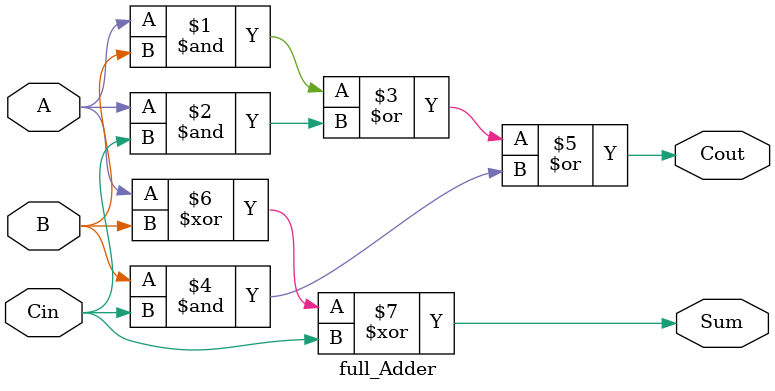
<source format=v>
`timescale 1ns / 1ps


module full_Adder(
    input A,
    input B,
    input Cin,
    output Cout,
    output Sum
    );
    
    // dataflow architectural design
    assign Cout = (A & B) | (A & Cin) | (B & Cin);
    assign Sum = A ^ B ^ Cin;
    
endmodule
</source>
